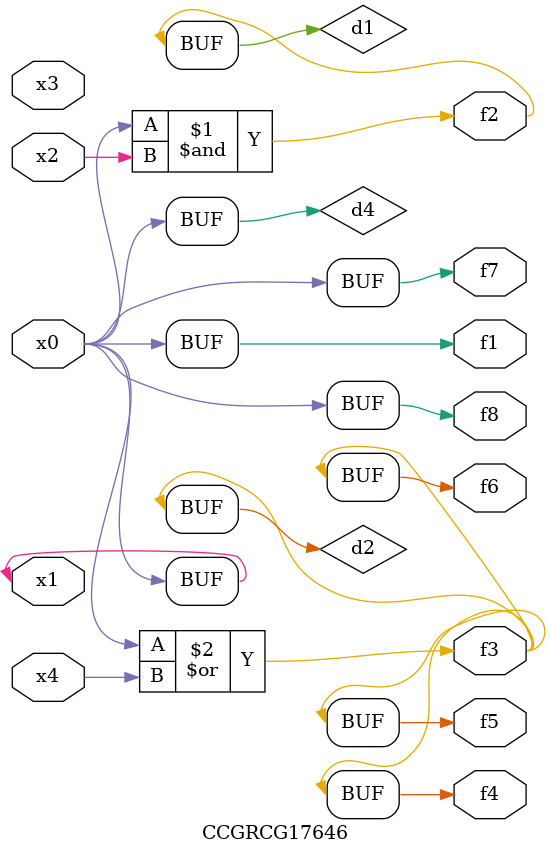
<source format=v>
module CCGRCG17646(
	input x0, x1, x2, x3, x4,
	output f1, f2, f3, f4, f5, f6, f7, f8
);

	wire d1, d2, d3, d4;

	and (d1, x0, x2);
	or (d2, x0, x4);
	nand (d3, x0, x2);
	buf (d4, x0, x1);
	assign f1 = d4;
	assign f2 = d1;
	assign f3 = d2;
	assign f4 = d2;
	assign f5 = d2;
	assign f6 = d2;
	assign f7 = d4;
	assign f8 = d4;
endmodule

</source>
